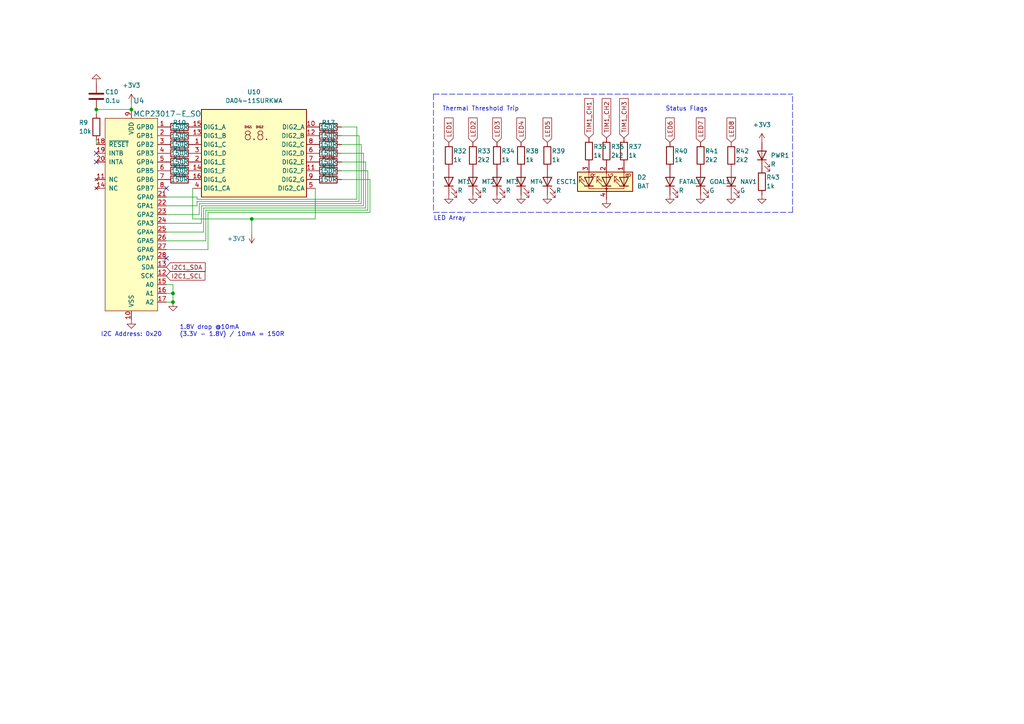
<source format=kicad_sch>
(kicad_sch (version 20211123) (generator eeschema)
  (paper "A4")
  (lib_symbols
    (symbol "Device:C" (pin_numbers hide) (pin_names (offset 0.254))
      (property "Reference" "C" (at 0.635 2.54 0))
      (property "Value" "C" (at 0.635 -2.54 0))
      (symbol "C_0_1"
        (polyline (pts (xy -2.032 -0.762) (xy 2.032 -0.762)) (stroke (width 0.508)))
        (polyline (pts (xy -2.032 0.762) (xy 2.032 0.762)) (stroke (width 0.508)))
      )
      (symbol "C_1_1"
        (pin passive line (at 0 3.81 270) (length 2.794) (name "~") (number "1"))
        (pin passive line (at 0 -3.81 90) (length 2.794) (name "~") (number "2"))
      )
    )
    (symbol "Device:LED" (pin_numbers hide) (pin_names (offset 1.016) hide)
      (property "Reference" "D" (at 0 2.54 0))
      (property "Value" "LED" (at 0 -2.54 0))
      (symbol "LED_0_1"
        (polyline (pts (xy -1.27 -1.27) (xy -1.27 1.27)) (stroke (width 0.254)))
        (polyline (pts (xy -1.27 0) (xy 1.27 0)))
        (polyline (pts (xy 1.27 -1.27) (xy 1.27 1.27) (xy -1.27 0) (xy 1.27 -1.27)) (stroke (width 0.254)))
        (polyline (pts (xy -3.048 -0.762) (xy -4.572 -2.286) (xy -3.81 -2.286) (xy -4.572 -2.286) (xy -4.572 -1.524)))
        (polyline (pts (xy -1.778 -0.762) (xy -3.302 -2.286) (xy -2.54 -2.286) (xy -3.302 -2.286) (xy -3.302 -1.524)))
      )
      (symbol "LED_1_1"
        (pin passive line (at -3.81 0 0) (length 2.54) (name "K") (number "1"))
        (pin passive line (at 3.81 0 180) (length 2.54) (name "A") (number "2"))
      )
    )
    (symbol "Device:LED_BGRK" (pin_names (offset 0) hide)
      (property "Reference" "D" (at 0 9.398 0))
      (property "Value" "LED_BGRK" (at 0 -8.89 0))
      (symbol "LED_BGRK_0_0"
        (text "B" (at 1.905 -6.35 0) (effects (font (size 1.27 1.27))))
        (text "G" (at 1.905 -1.27 0) (effects (font (size 1.27 1.27))))
        (text "R" (at 1.905 3.81 0) (effects (font (size 1.27 1.27))))
      )
      (symbol "LED_BGRK_0_1"
        (circle (center -2.032 0) (radius 0.254) (fill (type outline)))
        (polyline (pts (xy -1.27 -5.08) (xy 1.27 -5.08)))
        (polyline (pts (xy -1.27 -3.81) (xy -1.27 -6.35)) (stroke (width 0.254)))
        (polyline (pts (xy -1.27 0) (xy -2.54 0)))
        (polyline (pts (xy -1.27 1.27) (xy -1.27 -1.27)) (stroke (width 0.254)))
        (polyline (pts (xy -1.27 5.08) (xy 1.27 5.08)))
        (polyline (pts (xy -1.27 6.35) (xy -1.27 3.81)) (stroke (width 0.254)))
        (polyline (pts (xy 1.27 -5.08) (xy 2.54 -5.08)))
        (polyline (pts (xy 1.27 0) (xy -1.27 0)))
        (polyline (pts (xy 1.27 0) (xy 2.54 0)))
        (polyline (pts (xy 1.27 5.08) (xy 2.54 5.08)))
        (polyline (pts (xy -1.27 1.27) (xy -1.27 -1.27) (xy -1.27 -1.27)))
        (polyline (pts (xy -1.27 6.35) (xy -1.27 3.81) (xy -1.27 3.81)))
        (polyline (pts (xy -1.27 5.08) (xy -2.032 5.08) (xy -2.032 -5.08) (xy -1.016 -5.08)))
        (polyline (pts (xy 1.27 -3.81) (xy 1.27 -6.35) (xy -1.27 -5.08) (xy 1.27 -3.81)) (stroke (width 0.254)))
        (polyline (pts (xy 1.27 1.27) (xy 1.27 -1.27) (xy -1.27 0) (xy 1.27 1.27)) (stroke (width 0.254)))
        (polyline (pts (xy 1.27 6.35) (xy 1.27 3.81) (xy -1.27 5.08) (xy 1.27 6.35)) (stroke (width 0.254)))
        (polyline (pts (xy -1.016 -3.81) (xy 0.508 -2.286) (xy -0.254 -2.286) (xy 0.508 -2.286) (xy 0.508 -3.048)))
        (polyline (pts (xy -1.016 1.27) (xy 0.508 2.794) (xy -0.254 2.794) (xy 0.508 2.794) (xy 0.508 2.032)))
        (polyline (pts (xy -1.016 6.35) (xy 0.508 7.874) (xy -0.254 7.874) (xy 0.508 7.874) (xy 0.508 7.112)))
        (polyline (pts (xy 0 -3.81) (xy 1.524 -2.286) (xy 0.762 -2.286) (xy 1.524 -2.286) (xy 1.524 -3.048)))
        (polyline (pts (xy 0 1.27) (xy 1.524 2.794) (xy 0.762 2.794) (xy 1.524 2.794) (xy 1.524 2.032)))
        (polyline (pts (xy 0 6.35) (xy 1.524 7.874) (xy 0.762 7.874) (xy 1.524 7.874) (xy 1.524 7.112)))
        (rectangle (start 1.27 -1.27) (end 1.27 1.27))
        (rectangle (start 1.27 1.27) (end 1.27 1.27))
        (rectangle (start 1.27 3.81) (end 1.27 6.35))
        (rectangle (start 1.27 6.35) (end 1.27 6.35))
        (rectangle (start 2.794 8.382) (end -2.794 -7.62) (stroke (width 0.254)) (fill (type background)))
      )
      (symbol "LED_BGRK_1_1"
        (pin passive line (at 5.08 -5.08 180) (length 2.54) (name "BA") (number "1"))
        (pin passive line (at 5.08 0 180) (length 2.54) (name "GA") (number "2"))
        (pin passive line (at 5.08 5.08 180) (length 2.54) (name "RA") (number "3"))
        (pin passive line (at -5.08 0 0) (length 2.54) (name "K") (number "4"))
      )
    )
    (symbol "Device:R" (pin_numbers hide) (pin_names (offset 0))
      (property "Reference" "R" (at 2.032 0 90))
      (property "Value" "R" (at 0 0 90))
      (symbol "R_0_1"
        (rectangle (start -1.016 -2.54) (end 1.016 2.54) (stroke (width 0.254)))
      )
      (symbol "R_1_1"
        (pin passive line (at 0 3.81 270) (length 1.27) (name "~") (number "1"))
        (pin passive line (at 0 -3.81 90) (length 1.27) (name "~") (number "2"))
      )
    )
    (symbol "Display_Character:DA04-11SURKWA"
      (property "Reference" "U" (at -13.97 13.97 0))
      (property "Value" "DA04-11SURKWA" (at 15.24 13.97 0))
      (symbol "DA04-11SURKWA_0_0"
        (text "8.8." (at 0.635 5.08 0) (effects (font (size 2.54 2.54))))
        (text "DIG1" (at -1.651 7.62 0) (effects (font (size 0.635 0.635))))
        (text "DIG2" (at 1.651 7.62 0) (effects (font (size 0.635 0.635))))
      )
      (symbol "DA04-11SURKWA_0_1"
        (rectangle (start -15.24 12.7) (end 15.24 -12.7) (stroke (width 0.254)) (fill (type background)))
      )
      (symbol "DA04-11SURKWA_1_1"
        (pin input line (at -17.78 2.54 0) (length 2.54) (name "DIG1_C") (number "1"))
        (pin input line (at 17.78 7.62 180) (length 2.54) (name "DIG2_A") (number "10"))
        (pin input line (at 17.78 -5.08 180) (length 2.54) (name "DIG2_F") (number "11"))
        (pin input line (at 17.78 5.08 180) (length 2.54) (name "DIG2_B") (number "12"))
        (pin input line (at -17.78 5.08 0) (length 2.54) (name "DIG1_B") (number "13"))
        (pin input line (at -17.78 -5.08 0) (length 2.54) (name "DIG1_F") (number "14"))
        (pin input line (at -17.78 7.62 0) (length 2.54) (name "DIG1_A") (number "15"))
        (pin input line (at -17.78 -7.62 0) (length 2.54) (name "DIG1_G") (number "16"))
        (pin input line (at -17.78 -2.54 0) (length 2.54) (name "DIG1_E") (number "2"))
        (pin input line (at -17.78 0 0) (length 2.54) (name "DIG1_D") (number "3"))
        (pin input line (at -17.78 -10.16 0) (length 2.54) (name "DIG1_CA") (number "4"))
        (pin input line (at 17.78 -10.16 180) (length 2.54) (name "DIG2_CA") (number "5"))
        (pin input line (at 17.78 0 180) (length 2.54) (name "DIG2_D") (number "6"))
        (pin input line (at 17.78 -2.54 180) (length 2.54) (name "DIG2_E") (number "7"))
        (pin input line (at 17.78 2.54 180) (length 2.54) (name "DIG2_C") (number "8"))
        (pin input line (at 17.78 -7.62 180) (length 2.54) (name "DIG2_G") (number "9"))
      )
    )
    (symbol "dk_Interface-I-O-Expanders:MCP23017-E_SO" (pin_names (offset 1.016))
      (property "Reference" "U" (at -2.54 19.05 0))
      (property "Value" "MCP23017-E_SO" (at 2.54 -27.94 90))
      (symbol "MCP23017-E_SO_0_1"
        (rectangle (start -5.08 17.78) (end 10.16 -38.1) (fill (type background)))
      )
      (symbol "MCP23017-E_SO_1_1"
        (pin bidirectional line (at -7.62 15.24 0) (length 2.54) (name "GPB0") (number "1"))
        (pin power_in line (at 2.54 -40.64 90) (length 2.54) (name "VSS") (number "10"))
        (pin no_connect line (at 12.7 0 180) (length 2.54) (name "NC") (number "11"))
        (pin input line (at -7.62 -27.94 0) (length 2.54) (name "SCK") (number "12"))
        (pin bidirectional line (at -7.62 -25.4 0) (length 2.54) (name "SDA") (number "13"))
        (pin no_connect line (at 12.7 -2.54 180) (length 2.54) (name "NC") (number "14"))
        (pin input line (at -7.62 -30.48 0) (length 2.54) (name "A0") (number "15"))
        (pin input line (at -7.62 -33.02 0) (length 2.54) (name "A1") (number "16"))
        (pin input line (at -7.62 -35.56 0) (length 2.54) (name "A2") (number "17"))
        (pin output line (at 12.7 10.16 180) (length 2.54) (name "~{RESET}") (number "18"))
        (pin output line (at 12.7 7.62 180) (length 2.54) (name "INTB") (number "19"))
        (pin bidirectional line (at -7.62 12.7 0) (length 2.54) (name "GPB1") (number "2"))
        (pin output line (at 12.7 5.08 180) (length 2.54) (name "INTA") (number "20"))
        (pin bidirectional line (at -7.62 -5.08 0) (length 2.54) (name "GPA0") (number "21"))
        (pin bidirectional line (at -7.62 -7.62 0) (length 2.54) (name "GPA1") (number "22"))
        (pin bidirectional line (at -7.62 -10.16 0) (length 2.54) (name "GPA2") (number "23"))
        (pin bidirectional line (at -7.62 -12.7 0) (length 2.54) (name "GPA3") (number "24"))
        (pin bidirectional line (at -7.62 -15.24 0) (length 2.54) (name "GPA4") (number "25"))
        (pin bidirectional line (at -7.62 -17.78 0) (length 2.54) (name "GPA5") (number "26"))
        (pin bidirectional line (at -7.62 -20.32 0) (length 2.54) (name "GPA6") (number "27"))
        (pin bidirectional line (at -7.62 -22.86 0) (length 2.54) (name "GPA7") (number "28"))
        (pin bidirectional line (at -7.62 10.16 0) (length 2.54) (name "GPB2") (number "3"))
        (pin bidirectional line (at -7.62 7.62 0) (length 2.54) (name "GPB3") (number "4"))
        (pin bidirectional line (at -7.62 5.08 0) (length 2.54) (name "GPB4") (number "5"))
        (pin bidirectional line (at -7.62 2.54 0) (length 2.54) (name "GPB5") (number "6"))
        (pin bidirectional line (at -7.62 0 0) (length 2.54) (name "GPB6") (number "7"))
        (pin bidirectional line (at -7.62 -2.54 0) (length 2.54) (name "GPB7") (number "8"))
        (pin power_in line (at 2.54 20.32 270) (length 2.54) (name "VDD") (number "9"))
      )
    )
    (symbol "power:+3V3" (power) (pin_names (offset 0))
      (property "Value" "+3V3" (at 0 3.556 0))
      (symbol "+3V3_0_1"
        (polyline (pts (xy -0.762 1.27) (xy 0 2.54)))
        (polyline (pts (xy 0 0) (xy 0 2.54)))
        (polyline (pts (xy 0 2.54) (xy 0.762 1.27)))
      )
      (symbol "+3V3_1_1"
        (pin power_in line (at 0 0 90) (length 0) hide (name "+3V3") (number "1"))
      )
    )
    (symbol "power:GND" (power) (pin_names (offset 0))
      (property "Value" "GND" (at 0 -3.81 0))
      (symbol "GND_0_1"
        (polyline (pts (xy 0 0) (xy 0 -1.27) (xy 1.27 -1.27) (xy 0 -2.54) (xy -1.27 -1.27) (xy 0 -1.27)))
      )
      (symbol "GND_1_1"
        (pin power_in line (at 0 0 270) (length 0) hide (name "GND") (number "1"))
      )
    )
  )
  (junction (at 38.1 31.75))
  (junction (at 50.165 87.63))
  (junction (at 73.025 63.5))
  (junction (at 50.165 85.09))
  (junction (at 27.94 31.75))
  (no_connect (at 48.26 74.93))
  (no_connect (at 48.26 54.61))
  (no_connect (at 27.94 44.45))
  (no_connect (at 27.94 46.99))
  (wire (pts (xy 104.14 39.37) (xy 104.14 58.42)))
  (wire (pts (xy 48.26 62.23) (xy 57.785 62.23)))
  (wire (pts (xy 99.06 52.07) (xy 107.315 52.07)))
  (wire (pts (xy 59.055 60.325) (xy 106.045 60.325)))
  (polyline (pts (xy 125.73 27.305) (xy 125.73 61.595)))
  (wire (pts (xy 59.055 67.31) (xy 59.055 60.325)))
  (polyline (pts (xy 229.87 61.595) (xy 229.87 27.305)))
  (wire (pts (xy 103.505 57.785) (xy 103.505 36.83)))
  (wire (pts (xy 106.68 60.96) (xy 106.68 49.53)))
  (wire (pts (xy 73.025 63.5) (xy 73.025 67.945)))
  (wire (pts (xy 48.26 82.55) (xy 50.165 82.55)))
  (wire (pts (xy 48.26 57.15) (xy 57.15 57.15)))
  (wire (pts (xy 48.26 69.85) (xy 59.69 69.85)))
  (wire (pts (xy 91.44 54.61) (xy 91.44 63.5)))
  (wire (pts (xy 104.14 58.42) (xy 57.15 58.42)))
  (polyline (pts (xy 125.73 27.305) (xy 229.87 27.305)))
  (polyline (pts (xy 125.73 61.595) (xy 229.87 61.595)))
  (wire (pts (xy 38.1 31.75) (xy 27.94 31.75)))
  (wire (pts (xy 99.06 39.37) (xy 104.14 39.37)))
  (wire (pts (xy 106.045 60.325) (xy 106.045 46.99)))
  (wire (pts (xy 55.88 63.5) (xy 73.025 63.5)))
  (wire (pts (xy 50.165 87.63) (xy 50.165 85.09)))
  (wire (pts (xy 38.1 29.845) (xy 38.1 31.75)))
  (wire (pts (xy 104.775 41.91) (xy 99.06 41.91)))
  (wire (pts (xy 48.26 87.63) (xy 50.165 87.63)))
  (wire (pts (xy 57.15 57.15) (xy 57.15 57.785)))
  (wire (pts (xy 58.42 59.69) (xy 58.42 64.77)))
  (wire (pts (xy 50.165 85.09) (xy 48.26 85.09)))
  (wire (pts (xy 106.045 46.99) (xy 99.06 46.99)))
  (wire (pts (xy 57.15 58.42) (xy 57.15 59.69)))
  (wire (pts (xy 104.775 59.055) (xy 104.775 41.91)))
  (wire (pts (xy 48.26 67.31) (xy 59.055 67.31)))
  (wire (pts (xy 57.15 57.785) (xy 103.505 57.785)))
  (wire (pts (xy 103.505 36.83) (xy 99.06 36.83)))
  (wire (pts (xy 59.69 60.96) (xy 106.68 60.96)))
  (wire (pts (xy 105.41 59.69) (xy 58.42 59.69)))
  (wire (pts (xy 99.06 44.45) (xy 105.41 44.45)))
  (wire (pts (xy 27.94 31.75) (xy 27.94 33.02)))
  (wire (pts (xy 105.41 44.45) (xy 105.41 59.69)))
  (wire (pts (xy 27.94 40.64) (xy 27.94 41.91)))
  (wire (pts (xy 107.315 61.595) (xy 60.325 61.595)))
  (wire (pts (xy 91.44 63.5) (xy 73.025 63.5)))
  (wire (pts (xy 55.88 54.61) (xy 55.88 63.5)))
  (wire (pts (xy 60.325 61.595) (xy 60.325 72.39)))
  (wire (pts (xy 50.165 82.55) (xy 50.165 85.09)))
  (wire (pts (xy 57.15 59.69) (xy 48.26 59.69)))
  (wire (pts (xy 57.785 62.23) (xy 57.785 59.055)))
  (wire (pts (xy 59.69 69.85) (xy 59.69 60.96)))
  (wire (pts (xy 106.68 49.53) (xy 99.06 49.53)))
  (wire (pts (xy 60.325 72.39) (xy 48.26 72.39)))
  (wire (pts (xy 57.785 59.055) (xy 104.775 59.055)))
  (wire (pts (xy 107.315 52.07) (xy 107.315 61.595)))
  (wire (pts (xy 58.42 64.77) (xy 48.26 64.77)))
  (text "Status Flags" (at 193.04 32.385 0) (effects (font (size 1.27 1.27)) (justify left bottom)))
  (text "I2C Address: 0x20" (at 29.21 97.79 0) (effects (font (size 1.27 1.27)) (justify left bottom)))
  (text "Thermal Threshold Trip" (at 128.27 32.385 0) (effects (font (size 1.27 1.27)) (justify left bottom)))
  (text "1.8V drop @10mA\n(3.3V - 1.8V) / 10mA = 150R" (at 52.07 97.79 0) (effects (font (size 1.27 1.27)) (justify left bottom)))
  (text "LED Array" (at 125.73 64.135 0) (effects (font (size 1.27 1.27)) (justify left bottom)))
  (global_label "LED5" (shape input) (at 158.75 41.275 90) (property "Intersheet References" "${INTERSHEET_REFS}" (effects hide)))
  (global_label "LED7" (shape input) (at 203.2 41.275 90) (property "Intersheet References" "${INTERSHEET_REFS}" (effects hide)))
  (global_label "LED2" (shape input) (at 137.16 41.275 90) (property "Intersheet References" "${INTERSHEET_REFS}" (effects hide)))
  (global_label "LED4" (shape input) (at 151.13 41.275 90) (property "Intersheet References" "${INTERSHEET_REFS}" (effects hide)))
  (global_label "LED3" (shape input) (at 144.145 41.275 90) (property "Intersheet References" "${INTERSHEET_REFS}" (effects hide)))
  (global_label "TIM1_CH1" (shape input) (at 170.815 40.005 90) (property "Intersheet References" "${INTERSHEET_REFS}" (effects hide)))
  (global_label "TIM1_CH2" (shape input) (at 175.895 40.005 90) (property "Intersheet References" "${INTERSHEET_REFS}" (effects hide)))
  (global_label "LED1" (shape input) (at 130.175 41.275 90) (property "Intersheet References" "${INTERSHEET_REFS}" (effects hide)))
  (global_label "LED6" (shape input) (at 194.31 41.275 90) (property "Intersheet References" "${INTERSHEET_REFS}" (effects hide)))
  (global_label "TIM1_CH3" (shape input) (at 180.975 40.005 90) (property "Intersheet References" "${INTERSHEET_REFS}" (effects hide)))
  (global_label "I2C1_SDA" (shape input) (at 48.26 77.47 0) (property "Intersheet References" "${INTERSHEET_REFS}" (effects hide)))
  (global_label "I2C1_SCL" (shape input) (at 48.26 80.01 0) (property "Intersheet References" "${INTERSHEET_REFS}" (effects hide)))
  (global_label "LED8" (shape input) (at 212.09 41.275 90) (property "Intersheet References" "${INTERSHEET_REFS}" (effects hide)))
  (symbol (lib_id "Device:R") (at 52.07 36.83 90) (unit 1)
    (property "Reference" "R10" (at 52.07 35.56 90))
    (property "Value" "150R" (at 52.07 36.83 90))
  )
  (symbol (lib_id "Device:R") (at 170.815 43.815 0) (unit 1)
    (property "Reference" "R35" (at 172.085 42.545 0) (effects (justify left)))
    (property "Value" "1k" (at 172.085 45.085 0) (effects (justify left)))
    (property "Footprint" "Resistor_SMD:R_0402_1005Metric" (effects hide))
  )
  (symbol (lib_id "Device:R") (at 95.25 46.99 90) (unit 1)
    (property "Reference" "R29" (at 95.25 45.72 90))
    (property "Value" "150R" (at 95.25 46.99 90))
  )
  (symbol (lib_id "power:GND") (at 194.31 56.515 0) (unit 1)
    (property "Reference" "#PWR016" (effects hide))
    (property "Value" "GND" (effects hide))
  )
  (symbol (lib_id "Device:R") (at 203.2 45.085 0) (unit 1)
    (property "Reference" "R41" (at 204.47 43.815 0) (effects (justify left)))
    (property "Value" "2k2" (at 204.47 46.355 0) (effects (justify left)))
    (property "Footprint" "Resistor_SMD:R_0402_1005Metric" (effects hide))
  )
  (symbol (lib_id "Device:R") (at 52.07 52.07 90) (unit 1)
    (property "Reference" "R16" (at 52.07 50.8 90))
    (property "Value" "150R" (at 52.07 52.07 90))
  )
  (symbol (lib_id "power:GND") (at 38.1 92.71 0) (unit 1)
    (property "Reference" "#PWR08" (effects hide))
    (property "Value" "GND" (effects hide))
  )
  (symbol (lib_id "Device:LED") (at 144.145 52.705 90) (unit 1)
    (property "Reference" "MT3" (at 146.685 52.705 90) (effects (justify right)))
    (property "Value" "R" (at 146.685 55.245 90) (effects (justify right)))
    (property "Footprint" "LED_SMD:LED_0402_1005Metric" (effects hide))
  )
  (symbol (lib_id "Device:LED_BGRK") (at 175.895 52.705 90) (unit 1)
    (property "Reference" "D2" (at 184.785 51.4349 90) (effects (justify right)))
    (property "Value" "BAT" (at 184.785 53.9749 90) (effects (justify right)))
    (property "Footprint" "LED_SMD:LED_0402_1005Metric" (effects hide))
  )
  (symbol (lib_id "power:GND") (at 144.145 56.515 0) (unit 1)
    (property "Reference" "#PWR072" (effects hide))
    (property "Value" "GND" (effects hide))
  )
  (symbol (lib_id "Device:R") (at 52.07 44.45 90) (unit 1)
    (property "Reference" "R13" (at 52.07 43.18 90))
    (property "Value" "150R" (at 52.07 44.45 90))
  )
  (symbol (lib_id "Device:C") (at 27.94 27.94 0) (unit 1)
    (property "Reference" "C10" (at 30.48 26.67 0) (effects (justify left)))
    (property "Value" "0.1u" (at 30.48 29.21 0) (effects (justify left)))
  )
  (symbol (lib_id "Device:R") (at 95.25 41.91 90) (unit 1)
    (property "Reference" "R19" (at 95.25 40.64 90))
    (property "Value" "150R" (at 95.25 41.91 90))
  )
  (symbol (lib_id "power:GND") (at 158.75 56.515 0) (unit 1)
    (property "Reference" "#PWR014" (effects hide))
    (property "Value" "GND" (effects hide))
  )
  (symbol (lib_id "Device:LED") (at 158.75 52.705 90) (unit 1)
    (property "Reference" "ESCT1" (at 161.29 52.705 90) (effects (justify right)))
    (property "Value" "R" (at 161.29 55.245 90) (effects (justify right)))
    (property "Footprint" "LED_SMD:LED_0402_1005Metric" (effects hide))
  )
  (symbol (lib_id "Device:R") (at 52.07 39.37 90) (unit 1)
    (property "Reference" "R11" (at 52.07 38.1 90))
    (property "Value" "150R" (at 52.07 39.37 90))
  )
  (symbol (lib_id "Device:R") (at 95.25 39.37 90) (unit 1)
    (property "Reference" "R18" (at 95.25 38.1 90))
    (property "Value" "150R" (at 95.25 39.37 90))
  )
  (symbol (lib_id "Device:R") (at 180.975 43.815 0) (unit 1)
    (property "Reference" "R37" (at 182.245 42.545 0) (effects (justify left)))
    (property "Value" "1k" (at 182.245 45.085 0) (effects (justify left)))
    (property "Footprint" "Resistor_SMD:R_0402_1005Metric" (effects hide))
  )
  (symbol (lib_id "Device:R") (at 130.175 45.085 0) (unit 1)
    (property "Reference" "R32" (at 131.445 43.815 0) (effects (justify left)))
    (property "Value" "1k" (at 131.445 46.355 0) (effects (justify left)))
    (property "Footprint" "Resistor_SMD:R_0402_1005Metric" (effects hide))
  )
  (symbol (lib_id "Device:R") (at 151.13 45.085 0) (unit 1)
    (property "Reference" "R38" (at 152.4 43.815 0) (effects (justify left)))
    (property "Value" "1k" (at 152.4 46.355 0) (effects (justify left)))
    (property "Footprint" "Resistor_SMD:R_0402_1005Metric" (effects hide))
  )
  (symbol (lib_id "power:GND") (at 50.165 87.63 0) (unit 1)
    (property "Reference" "#PWR09" (effects hide))
    (property "Value" "GND" (effects hide))
  )
  (symbol (lib_id "Display_Character:DA04-11SURKWA") (at 73.66 44.45 0) (unit 1)
    (property "Reference" "U10" (at 73.66 26.67 0))
    (property "Value" "DA04-11SURKWA" (at 73.66 29.21 0))
    (property "Footprint" "Display_7Segment:DA04-11SURKWA" (effects hide))
    (property "Datasheet" "http://www.kingbright.com/attachments/file/psearch/000/00/00/DA04-11SURKWA(Ver.10A).pdf" (effects hide))
  )
  (symbol (lib_id "Device:R") (at 144.145 45.085 0) (unit 1)
    (property "Reference" "R34" (at 145.415 43.815 0) (effects (justify left)))
    (property "Value" "1k" (at 145.415 46.355 0) (effects (justify left)))
    (property "Footprint" "Resistor_SMD:R_0402_1005Metric" (effects hide))
  )
  (symbol (lib_id "power:+3V3") (at 73.025 67.945 0) (mirror x) (unit 1)
    (property "Reference" "#PWR010" (effects hide))
    (property "Value" "+3V3" (at 71.12 69.2149 0) (effects (justify right)))
  )
  (symbol (lib_id "Device:R") (at 95.25 52.07 90) (unit 1)
    (property "Reference" "R31" (at 95.25 50.8 90))
    (property "Value" "150R" (at 95.25 52.07 90))
  )
  (symbol (lib_id "Device:LED") (at 130.175 52.705 90) (unit 1)
    (property "Reference" "MT1" (at 132.715 52.705 90) (effects (justify right)))
    (property "Value" "R" (at 132.715 55.245 90) (effects (justify right)))
    (property "Footprint" "LED_SMD:LED_0402_1005Metric" (effects hide))
  )
  (symbol (lib_id "Device:R") (at 27.94 36.83 0) (unit 1)
    (property "Reference" "R9" (at 22.86 35.56 0) (effects (justify left)))
    (property "Value" "10k" (at 22.86 38.1 0) (effects (justify left)))
  )
  (symbol (lib_id "power:GND") (at 27.94 24.13 0) (mirror x) (unit 1)
    (property "Reference" "#PWR06" (effects hide))
    (property "Value" "GND" (effects hide))
  )
  (symbol (lib_id "power:GND") (at 151.13 56.515 0) (unit 1)
    (property "Reference" "#PWR013" (effects hide))
    (property "Value" "GND" (effects hide))
  )
  (symbol (lib_id "Device:R") (at 52.07 41.91 90) (unit 1)
    (property "Reference" "R12" (at 52.07 40.64 90))
    (property "Value" "150R" (at 52.07 41.91 90))
  )
  (symbol (lib_id "power:+3V3") (at 38.1 29.845 0) (unit 1)
    (property "Reference" "#PWR07" (effects hide))
    (property "Value" "+3V3" (at 38.1 24.765 0))
  )
  (symbol (lib_id "Device:R") (at 194.31 45.085 0) (unit 1)
    (property "Reference" "R40" (at 195.58 43.815 0) (effects (justify left)))
    (property "Value" "1k" (at 195.58 46.355 0) (effects (justify left)))
    (property "Footprint" "Resistor_SMD:R_0402_1005Metric" (effects hide))
  )
  (symbol (lib_id "dk_Interface-I-O-Expanders:MCP23017-E_SO") (at 40.64 52.07 0) (mirror y) (unit 1)
    (property "Reference" "U4" (at 38.6206 29.21 0) (effects (font (size 1.524 1.524)) (justify right)))
    (property "Value" "MCP23017-E_SO" (at 38.6206 33.02 0) (effects (font (size 1.524 1.524)) (justify right)))
    (property "Footprint" "digikey-footprints:SOIC-28_W7.5mm" (effects hide))
    (property "Datasheet" "http://www.microchip.com/mymicrochip/filehandler.aspx?ddocname=en023709" (effects hide))
    (property "Digi-Key_PN" "MCP23017-E/SO-ND" (effects hide))
    (property "MPN" "MCP23017-E/SO" (effects hide))
    (property "Category" "Integrated Circuits (ICs)" (effects hide))
    (property "Family" "Interface - I/O Expanders" (effects hide))
    (property "DK_Datasheet_Link" "http://www.microchip.com/mymicrochip/filehandler.aspx?ddocname=en023709" (effects hide))
    (property "DK_Detail_Page" "/product-detail/en/microchip-technology/MCP23017-E-SO/MCP23017-E-SO-ND/894271" (effects hide))
    (property "Description" "IC I/O EXPANDER I2C 16B 28SOIC" (effects hide))
    (property "Manufacturer" "Microchip Technology" (effects hide))
    (property "Status" "Active" (effects hide))
  )
  (symbol (lib_id "Device:LED") (at 137.16 52.705 90) (unit 1)
    (property "Reference" "MT2" (at 139.7 52.705 90) (effects (justify right)))
    (property "Value" "R" (at 139.7 55.245 90) (effects (justify right)))
    (property "Footprint" "LED_SMD:LED_0402_1005Metric" (effects hide))
  )
  (symbol (lib_id "Device:R") (at 220.98 52.705 0) (unit 1)
    (property "Reference" "R43" (at 222.25 51.435 0) (effects (justify left)))
    (property "Value" "1k" (at 222.25 53.975 0) (effects (justify left)))
    (property "Footprint" "Resistor_SMD:R_0402_1005Metric" (effects hide))
  )
  (symbol (lib_id "Device:R") (at 95.25 36.83 90) (unit 1)
    (property "Reference" "R17" (at 95.25 35.56 90))
    (property "Value" "150R" (at 95.25 36.83 90))
  )
  (symbol (lib_id "Device:R") (at 52.07 46.99 90) (unit 1)
    (property "Reference" "R14" (at 52.07 45.72 90))
    (property "Value" "150R" (at 52.07 46.99 90))
  )
  (symbol (lib_id "Device:LED") (at 151.13 52.705 90) (unit 1)
    (property "Reference" "MT4" (at 153.67 52.705 90) (effects (justify right)))
    (property "Value" "R" (at 153.67 55.245 90) (effects (justify right)))
    (property "Footprint" "LED_SMD:LED_0402_1005Metric" (effects hide))
  )
  (symbol (lib_id "power:GND") (at 175.895 57.785 0) (unit 1)
    (property "Reference" "#PWR012" (effects hide))
    (property "Value" "GND" (effects hide))
  )
  (symbol (lib_id "Device:LED") (at 220.98 45.085 90) (unit 1)
    (property "Reference" "PWR1" (at 223.52 45.085 90) (effects (justify right)))
    (property "Value" "R" (at 223.52 47.625 90) (effects (justify right)))
    (property "Footprint" "LED_SMD:LED_0402_1005Metric" (effects hide))
  )
  (symbol (lib_id "Device:R") (at 95.25 44.45 90) (unit 1)
    (property "Reference" "R20" (at 95.25 43.18 90))
    (property "Value" "150R" (at 95.25 44.45 90))
  )
  (symbol (lib_id "Device:LED") (at 194.31 52.705 90) (unit 1)
    (property "Reference" "FATAL1" (at 196.85 52.705 90) (effects (justify right)))
    (property "Value" "R" (at 196.85 55.245 90) (effects (justify right)))
    (property "Footprint" "LED_SMD:LED_0402_1005Metric" (effects hide))
  )
  (symbol (lib_id "power:+3V3") (at 220.98 41.275 0) (unit 1)
    (property "Reference" "#PWR069" (effects hide))
    (property "Value" "+3V3" (at 220.98 36.195 0))
  )
  (symbol (lib_id "power:GND") (at 220.98 56.515 0) (unit 1)
    (property "Reference" "#PWR070" (effects hide))
    (property "Value" "GND" (effects hide))
  )
  (symbol (lib_id "power:GND") (at 203.2 56.515 0) (unit 1)
    (property "Reference" "#PWR067" (effects hide))
    (property "Value" "GND" (effects hide))
  )
  (symbol (lib_id "Device:LED") (at 212.09 52.705 90) (unit 1)
    (property "Reference" "NAV1" (at 214.63 52.705 90) (effects (justify right)))
    (property "Value" "G" (at 214.63 55.245 90) (effects (justify right)))
    (property "Footprint" "LED_SMD:LED_0402_1005Metric" (effects hide))
  )
  (symbol (lib_id "Device:R") (at 52.07 49.53 90) (unit 1)
    (property "Reference" "R15" (at 52.07 48.26 90))
    (property "Value" "150R" (at 52.07 49.53 90))
  )
  (symbol (lib_id "Device:LED") (at 203.2 52.705 90) (unit 1)
    (property "Reference" "GOAL1" (at 205.74 52.705 90) (effects (justify right)))
    (property "Value" "G" (at 205.74 55.245 90) (effects (justify right)))
    (property "Footprint" "LED_SMD:LED_0402_1005Metric" (effects hide))
  )
  (symbol (lib_id "Device:R") (at 212.09 45.085 0) (unit 1)
    (property "Reference" "R42" (at 213.36 43.815 0) (effects (justify left)))
    (property "Value" "2k2" (at 213.36 46.355 0) (effects (justify left)))
    (property "Footprint" "Resistor_SMD:R_0402_1005Metric" (effects hide))
  )
  (symbol (lib_id "power:GND") (at 137.16 56.515 0) (unit 1)
    (property "Reference" "#PWR071" (effects hide))
    (property "Value" "GND" (effects hide))
  )
  (symbol (lib_id "Device:R") (at 175.895 43.815 0) (unit 1)
    (property "Reference" "R36" (at 177.165 42.545 0) (effects (justify left)))
    (property "Value" "2k2" (at 177.165 45.085 0) (effects (justify left)))
    (property "Footprint" "Resistor_SMD:R_0402_1005Metric" (effects hide))
  )
  (symbol (lib_id "power:GND") (at 130.175 56.515 0) (unit 1)
    (property "Reference" "#PWR011" (effects hide))
    (property "Value" "GND" (effects hide))
  )
  (symbol (lib_id "power:GND") (at 212.09 56.515 0) (unit 1)
    (property "Reference" "#PWR068" (effects hide))
    (property "Value" "GND" (effects hide))
  )
  (symbol (lib_id "Device:R") (at 158.75 45.085 0) (unit 1)
    (property "Reference" "R39" (at 160.02 43.815 0) (effects (justify left)))
    (property "Value" "1k" (at 160.02 46.355 0) (effects (justify left)))
    (property "Footprint" "Resistor_SMD:R_0402_1005Metric" (effects hide))
  )
  (symbol (lib_id "Device:R") (at 137.16 45.085 0) (unit 1)
    (property "Reference" "R33" (at 138.43 43.815 0) (effects (justify left)))
    (property "Value" "2k2" (at 138.43 46.355 0) (effects (justify left)))
    (property "Footprint" "Resistor_SMD:R_0402_1005Metric" (effects hide))
  )
  (symbol (lib_id "Device:R") (at 95.25 49.53 90) (unit 1)
    (property "Reference" "R30" (at 95.25 48.26 90))
    (property "Value" "150R" (at 95.25 49.53 90))
  )
)
</source>
